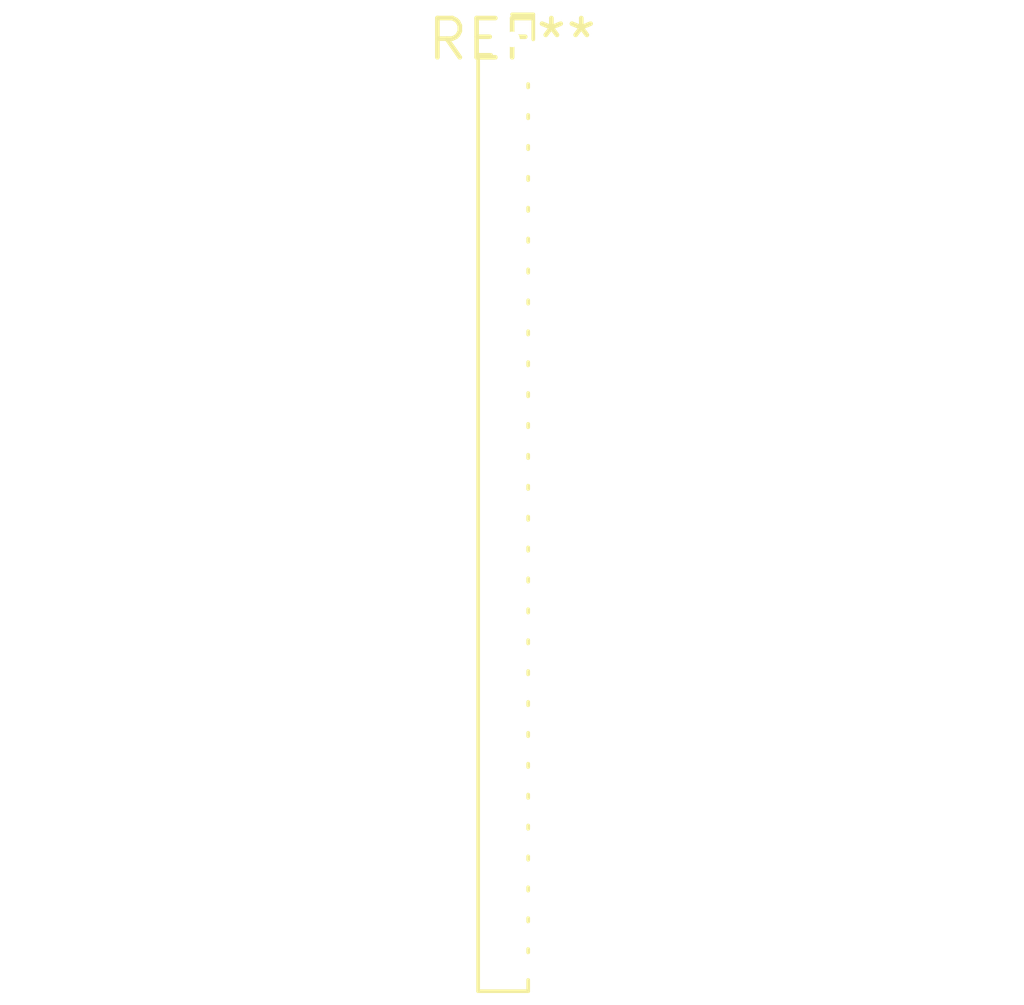
<source format=kicad_pcb>
(kicad_pcb (version 20240108) (generator pcbnew)
  (layers (0 "F.Cu" signal) (31 "B.Cu" signal) (34 "B.Paste" user) (35 "F.Paste" user) (36 "B.SilkS" user "B.Silkscreen") (37 "F.SilkS" user "F.Silkscreen") (38 "B.Mask" user) (39 "F.Mask" user) (44 "Edge.Cuts" user))
  (net 0 "")
  (footprint "PinSocket_1x31_P1.00mm_Vertical" (layer "F.Cu") (at 0 0)
    (property "Reference" "REF**")
    (property "Value" "PinSocket_1x31_P1.00mm_Vertical")
    (fp_line (start -1.1 0.5) (end -1.1 30.81) (layer "F.SilkS") (stroke (width 0.12)))
    (fp_line (start -1.1 0.5) (end -0.685 0.5) (layer "F.SilkS") (stroke (width 0.12)))
    (fp_line (start -1.1 30.81) (end 0.52 30.81) (layer "F.SilkS") (stroke (width 0.12)))
    (fp_line (start 0 -0.81) (end 0.685 -0.81) (layer "F.SilkS") (stroke (width 0.12)))
    (fp_line (start 0.52 1.445898) (end 0.52 1.554102) (layer "F.SilkS") (stroke (width 0.12)))
    (fp_line (start 0.52 2.445898) (end 0.52 2.554102) (layer "F.SilkS") (stroke (width 0.12)))
    (fp_line (start 0.52 3.445898) (end 0.52 3.554102) (layer "F.SilkS") (stroke (width 0.12)))
    (fp_line (start 0.52 4.445898) (end 0.52 4.554102) (layer "F.SilkS") (stroke (width 0.12)))
    (fp_line (start 0.52 5.445898) (end 0.52 5.554102) (layer "F.SilkS") (stroke (width 0.12)))
    (fp_line (start 0.52 6.445898) (end 0.52 6.554102) (layer "F.SilkS") (stroke (width 0.12)))
    (fp_line (start 0.52 7.445898) (end 0.52 7.554102) (layer "F.SilkS") (stroke (width 0.12)))
    (fp_line (start 0.52 8.445898) (end 0.52 8.554102) (layer "F.SilkS") (stroke (width 0.12)))
    (fp_line (start 0.52 9.445898) (end 0.52 9.554102) (layer "F.SilkS") (stroke (width 0.12)))
    (fp_line (start 0.52 10.445898) (end 0.52 10.554102) (layer "F.SilkS") (stroke (width 0.12)))
    (fp_line (start 0.52 11.445898) (end 0.52 11.554102) (layer "F.SilkS") (stroke (width 0.12)))
    (fp_line (start 0.52 12.445898) (end 0.52 12.554102) (layer "F.SilkS") (stroke (width 0.12)))
    (fp_line (start 0.52 13.445898) (end 0.52 13.554102) (layer "F.SilkS") (stroke (width 0.12)))
    (fp_line (start 0.52 14.445898) (end 0.52 14.554102) (layer "F.SilkS") (stroke (width 0.12)))
    (fp_line (start 0.52 15.445898) (end 0.52 15.554102) (layer "F.SilkS") (stroke (width 0.12)))
    (fp_line (start 0.52 16.445898) (end 0.52 16.554102) (layer "F.SilkS") (stroke (width 0.12)))
    (fp_line (start 0.52 17.445898) (end 0.52 17.554102) (layer "F.SilkS") (stroke (width 0.12)))
    (fp_line (start 0.52 18.445898) (end 0.52 18.554102) (layer "F.SilkS") (stroke (width 0.12)))
    (fp_line (start 0.52 19.445898) (end 0.52 19.554102) (layer "F.SilkS") (stroke (width 0.12)))
    (fp_line (start 0.52 20.445898) (end 0.52 20.554102) (layer "F.SilkS") (stroke (width 0.12)))
    (fp_line (start 0.52 21.445898) (end 0.52 21.554102) (layer "F.SilkS") (stroke (width 0.12)))
    (fp_line (start 0.52 22.445898) (end 0.52 22.554102) (layer "F.SilkS") (stroke (width 0.12)))
    (fp_line (start 0.52 23.445898) (end 0.52 23.554102) (layer "F.SilkS") (stroke (width 0.12)))
    (fp_line (start 0.52 24.445898) (end 0.52 24.554102) (layer "F.SilkS") (stroke (width 0.12)))
    (fp_line (start 0.52 25.445898) (end 0.52 25.554102) (layer "F.SilkS") (stroke (width 0.12)))
    (fp_line (start 0.52 26.445898) (end 0.52 26.554102) (layer "F.SilkS") (stroke (width 0.12)))
    (fp_line (start 0.52 27.445898) (end 0.52 27.554102) (layer "F.SilkS") (stroke (width 0.12)))
    (fp_line (start 0.52 28.445898) (end 0.52 28.554102) (layer "F.SilkS") (stroke (width 0.12)))
    (fp_line (start 0.52 29.445898) (end 0.52 29.554102) (layer "F.SilkS") (stroke (width 0.12)))
    (fp_line (start 0.52 30.445898) (end 0.52 30.81) (layer "F.SilkS") (stroke (width 0.12)))
    (fp_line (start 0.685 -0.81) (end 0.685 0) (layer "F.SilkS") (stroke (width 0.12)))
    (pad "1" thru_hole rect (at 0 0) (size 0.85 0.85) (drill 0.5) (layers *.Cu *.Mask) (remove_unused_layers))
    (pad "2" thru_hole oval (at 0 1) (size 0.85 0.85) (drill 0.5) (layers *.Cu *.Mask) (remove_unused_layers))
    (pad "3" thru_hole oval (at 0 2) (size 0.85 0.85) (drill 0.5) (layers *.Cu *.Mask) (remove_unused_layers))
    (pad "4" thru_hole oval (at 0 3) (size 0.85 0.85) (drill 0.5) (layers *.Cu *.Mask) (remove_unused_layers))
    (pad "5" thru_hole oval (at 0 4) (size 0.85 0.85) (drill 0.5) (layers *.Cu *.Mask) (remove_unused_layers))
    (pad "6" thru_hole oval (at 0 5) (size 0.85 0.85) (drill 0.5) (layers *.Cu *.Mask) (remove_unused_layers))
    (pad "7" thru_hole oval (at 0 6) (size 0.85 0.85) (drill 0.5) (layers *.Cu *.Mask) (remove_unused_layers))
    (pad "8" thru_hole oval (at 0 7) (size 0.85 0.85) (drill 0.5) (layers *.Cu *.Mask) (remove_unused_layers))
    (pad "9" thru_hole oval (at 0 8) (size 0.85 0.85) (drill 0.5) (layers *.Cu *.Mask) (remove_unused_layers))
    (pad "10" thru_hole oval (at 0 9) (size 0.85 0.85) (drill 0.5) (layers *.Cu *.Mask) (remove_unused_layers))
    (pad "11" thru_hole oval (at 0 10) (size 0.85 0.85) (drill 0.5) (layers *.Cu *.Mask) (remove_unused_layers))
    (pad "12" thru_hole oval (at 0 11) (size 0.85 0.85) (drill 0.5) (layers *.Cu *.Mask) (remove_unused_layers))
    (pad "13" thru_hole oval (at 0 12) (size 0.85 0.85) (drill 0.5) (layers *.Cu *.Mask) (remove_unused_layers))
    (pad "14" thru_hole oval (at 0 13) (size 0.85 0.85) (drill 0.5) (layers *.Cu *.Mask) (remove_unused_layers))
    (pad "15" thru_hole oval (at 0 14) (size 0.85 0.85) (drill 0.5) (layers *.Cu *.Mask) (remove_unused_layers))
    (pad "16" thru_hole oval (at 0 15) (size 0.85 0.85) (drill 0.5) (layers *.Cu *.Mask) (remove_unused_layers))
    (pad "17" thru_hole oval (at 0 16) (size 0.85 0.85) (drill 0.5) (layers *.Cu *.Mask) (remove_unused_layers))
    (pad "18" thru_hole oval (at 0 17) (size 0.85 0.85) (drill 0.5) (layers *.Cu *.Mask) (remove_unused_layers))
    (pad "19" thru_hole oval (at 0 18) (size 0.85 0.85) (drill 0.5) (layers *.Cu *.Mask) (remove_unused_layers))
    (pad "20" thru_hole oval (at 0 19) (size 0.85 0.85) (drill 0.5) (layers *.Cu *.Mask) (remove_unused_layers))
    (pad "21" thru_hole oval (at 0 20) (size 0.85 0.85) (drill 0.5) (layers *.Cu *.Mask) (remove_unused_layers))
    (pad "22" thru_hole oval (at 0 21) (size 0.85 0.85) (drill 0.5) (layers *.Cu *.Mask) (remove_unused_layers))
    (pad "23" thru_hole oval (at 0 22) (size 0.85 0.85) (drill 0.5) (layers *.Cu *.Mask) (remove_unused_layers))
    (pad "24" thru_hole oval (at 0 23) (size 0.85 0.85) (drill 0.5) (layers *.Cu *.Mask) (remove_unused_layers))
    (pad "25" thru_hole oval (at 0 24) (size 0.85 0.85) (drill 0.5) (layers *.Cu *.Mask) (remove_unused_layers))
    (pad "26" thru_hole oval (at 0 25) (size 0.85 0.85) (drill 0.5) (layers *.Cu *.Mask) (remove_unused_layers))
    (pad "27" thru_hole oval (at 0 26) (size 0.85 0.85) (drill 0.5) (layers *.Cu *.Mask) (remove_unused_layers))
    (pad "28" thru_hole oval (at 0 27) (size 0.85 0.85) (drill 0.5) (layers *.Cu *.Mask) (remove_unused_layers))
    (pad "29" thru_hole oval (at 0 28) (size 0.85 0.85) (drill 0.5) (layers *.Cu *.Mask) (remove_unused_layers))
    (pad "30" thru_hole oval (at 0 29) (size 0.85 0.85) (drill 0.5) (layers *.Cu *.Mask) (remove_unused_layers))
    (pad "31" thru_hole oval (at 0 30) (size 0.85 0.85) (drill 0.5) (layers *.Cu *.Mask) (remove_unused_layers))
  )
)
</source>
